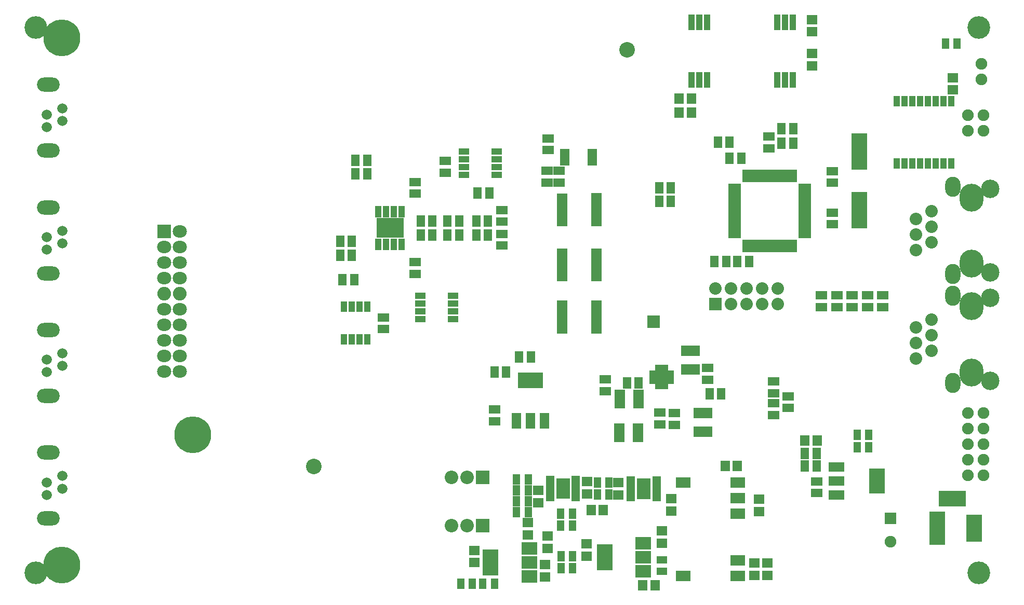
<source format=gts>
G04 #@! TF.FileFunction,Soldermask,Top*
%FSLAX46Y46*%
G04 Gerber Fmt 4.6, Leading zero omitted, Abs format (unit mm)*
G04 Created by KiCad (PCBNEW 4.0.4+e1-6308~48~ubuntu15.10.1-stable) date Tue Jun 20 15:03:40 2017*
%MOMM*%
%LPD*%
G01*
G04 APERTURE LIST*
%ADD10C,0.150000*%
%ADD11C,1.908000*%
%ADD12R,1.758000X1.508000*%
%ADD13R,1.508000X1.758000*%
%ADD14R,1.208000X1.808000*%
%ADD15C,3.708000*%
%ADD16C,2.540000*%
%ADD17R,1.397000X1.905000*%
%ADD18R,1.905000X1.397000*%
%ADD19C,6.008000*%
%ADD20C,1.668000*%
%ADD21O,3.708000X2.308000*%
%ADD22R,2.235200X2.235200*%
%ADD23O,2.308000X2.008000*%
%ADD24O,2.235200X2.235200*%
%ADD25R,1.209040X0.756920*%
%ADD26R,0.756920X1.209040*%
%ADD27R,1.958340X1.958340*%
%ADD28R,1.208000X1.208000*%
%ADD29R,2.032000X2.032000*%
%ADD30C,2.032000*%
%ADD31R,3.048000X1.778000*%
%ADD32R,1.778000X3.048000*%
%ADD33R,4.508500X2.506980*%
%ADD34R,2.506980X4.508500*%
%ADD35R,2.506980X5.509260*%
%ADD36R,1.651000X1.016000*%
%ADD37R,1.508760X0.777240*%
%ADD38R,1.016000X1.651000*%
%ADD39R,2.540000X4.165600*%
%ADD40R,2.540000X1.524000*%
%ADD41R,0.914400X2.032000*%
%ADD42R,2.032000X0.914400*%
%ADD43R,4.165600X2.540000*%
%ADD44R,1.524000X2.540000*%
%ADD45R,1.905000X1.905000*%
%ADD46C,1.905000*%
%ADD47R,1.107440X1.907540*%
%ADD48R,4.508500X3.307080*%
%ADD49R,2.506980X6.007100*%
%ADD50R,1.658620X0.939800*%
%ADD51R,1.108000X2.508000*%
%ADD52R,1.808000X1.208000*%
%ADD53R,2.208000X2.208000*%
%ADD54O,2.208000X2.208000*%
%ADD55R,1.398000X0.928000*%
%ADD56R,1.333000X1.220500*%
%ADD57R,2.408000X1.708000*%
%ADD58R,2.508000X4.308000*%
%ADD59R,2.508000X2.008000*%
%ADD60O,2.508000X3.273000*%
%ADD61O,3.908000X4.543000*%
%ADD62C,3.008000*%
G04 APERTURE END LIST*
D10*
D11*
X220186200Y-67850000D03*
X217646200Y-67850000D03*
X220186200Y-65310000D03*
X217646200Y-65310000D03*
D12*
X184962800Y-140369800D03*
X184962800Y-138369800D03*
D13*
X193050000Y-118400000D03*
X191050000Y-118400000D03*
D14*
X136850000Y-141775000D03*
X134950000Y-141775000D03*
D13*
X164650000Y-142000000D03*
X166650000Y-142000000D03*
D12*
X148725000Y-140650000D03*
X148725000Y-138650000D03*
D15*
X219380000Y-140020000D03*
X219380000Y-51020000D03*
X65710000Y-140020000D03*
X65710000Y-51020000D03*
D11*
X219820000Y-56950000D03*
X219820000Y-59490000D03*
D16*
X162050000Y-54660000D03*
D17*
X162052000Y-108993940D03*
X163957000Y-108993940D03*
D18*
X175158400Y-106540300D03*
X175158400Y-108445300D03*
D19*
X91287600Y-117449600D03*
X69941200Y-138694400D03*
D20*
X70081200Y-126230000D03*
X70081200Y-124190000D03*
X67531200Y-125210000D03*
X67531200Y-127250000D03*
D21*
X67731200Y-131100000D03*
X67731200Y-120340000D03*
D20*
X70081200Y-106230000D03*
X70081200Y-104190000D03*
X67531200Y-105210000D03*
X67531200Y-107250000D03*
D21*
X67731200Y-111100000D03*
X67731200Y-100340000D03*
D20*
X70081200Y-86230000D03*
X70081200Y-84190000D03*
X67531200Y-85210000D03*
X67531200Y-87250000D03*
D21*
X67731200Y-91100000D03*
X67731200Y-80340000D03*
D20*
X70081200Y-66230000D03*
X70081200Y-64190000D03*
X67531200Y-65210000D03*
X67531200Y-67250000D03*
D21*
X67731200Y-71100000D03*
X67731200Y-60340000D03*
D22*
X86671200Y-84290000D03*
D23*
X89211200Y-84290000D03*
X86671200Y-86830000D03*
X89211200Y-86830000D03*
X86671200Y-89370000D03*
X89211200Y-89370000D03*
X86671200Y-91910000D03*
X89211200Y-91910000D03*
D24*
X86671200Y-94450000D03*
X89211200Y-94450000D03*
D23*
X86671200Y-96990000D03*
X89211200Y-96990000D03*
X86671200Y-99530000D03*
X89211200Y-99530000D03*
X86671200Y-102070000D03*
X89211200Y-102070000D03*
X86671200Y-104610000D03*
X89211200Y-104610000D03*
X86671200Y-107150000D03*
X89211200Y-107150000D03*
D25*
X169108120Y-108790740D03*
X169108120Y-108290360D03*
X169108120Y-107292140D03*
X169108120Y-107792520D03*
D26*
X167459660Y-106641900D03*
X166959280Y-106641900D03*
X167957500Y-106641900D03*
X168457880Y-106641900D03*
X166959280Y-109440980D03*
X167459660Y-109440980D03*
X168457880Y-109440980D03*
X167957500Y-109440980D03*
D25*
X166309040Y-108290360D03*
X166309040Y-108790740D03*
X166309040Y-107792520D03*
X166309040Y-107292140D03*
D27*
X167708580Y-108041440D03*
D28*
X167358580Y-107691440D03*
X168058580Y-107691440D03*
X168058580Y-108391440D03*
X167358580Y-108391440D03*
D29*
X176427600Y-96162000D03*
D30*
X176427600Y-93622000D03*
X178967600Y-96162000D03*
X178967600Y-93622000D03*
X181507600Y-96162000D03*
X181507600Y-93622000D03*
X184047600Y-96162000D03*
X184047600Y-93622000D03*
X186587600Y-96162000D03*
X186587600Y-93622000D03*
D31*
X174417600Y-113898000D03*
X174417600Y-116946000D03*
D32*
X160832800Y-117142260D03*
X163880800Y-117142260D03*
D17*
X181960100Y-89142000D03*
X180055100Y-89142000D03*
X176305100Y-89142000D03*
X178210100Y-89142000D03*
D18*
X185206640Y-70693280D03*
X185206640Y-68788280D03*
D17*
X117210100Y-85892000D03*
X115305100Y-85892000D03*
X117210100Y-88142000D03*
X115305100Y-88142000D03*
X119710100Y-74892000D03*
X117805100Y-74892000D03*
X119710100Y-72642000D03*
X117805100Y-72642000D03*
D18*
X127507600Y-89289500D03*
X127507600Y-91194500D03*
X127508000Y-78094840D03*
X127508000Y-76189840D03*
X149057360Y-74388980D03*
X149057360Y-76293980D03*
X151008080Y-74388980D03*
X151008080Y-76293980D03*
D33*
X215099260Y-127899400D03*
D34*
X218599380Y-132700000D03*
D35*
X212599900Y-132700000D03*
D17*
X169210100Y-79392000D03*
X167305100Y-79392000D03*
X169210100Y-77142000D03*
X167305100Y-77142000D03*
D29*
X166407600Y-99042000D03*
D36*
X140822680Y-71236840D03*
X135488680Y-71236840D03*
X140822680Y-72506840D03*
X140822680Y-73776840D03*
X140822680Y-75046840D03*
X135488680Y-72506840D03*
X135488680Y-73776840D03*
X135488680Y-75046840D03*
D18*
X141658340Y-82692240D03*
X141658340Y-80787240D03*
X132455920Y-72788780D03*
X132455920Y-74693780D03*
D37*
X151935180Y-71125080D03*
X151935180Y-71633080D03*
X151935180Y-72141080D03*
X151935180Y-72649080D03*
X151935180Y-73157080D03*
X156380180Y-73157080D03*
X156380180Y-72649080D03*
X156380180Y-72141080D03*
X156380180Y-71633080D03*
X156380180Y-71125080D03*
D18*
X141658340Y-84688680D03*
X141658340Y-86593680D03*
D17*
X137703560Y-78041500D03*
X139608560Y-78041500D03*
D18*
X122356880Y-98287840D03*
X122356880Y-100192840D03*
D36*
X128341120Y-98546920D03*
X133675120Y-98546920D03*
X128341120Y-97276920D03*
X128341120Y-96006920D03*
X128341120Y-94736920D03*
X133675120Y-97276920D03*
X133675120Y-96006920D03*
X133675120Y-94736920D03*
D38*
X214866600Y-63042800D03*
X213596600Y-63042800D03*
X212326600Y-63042800D03*
X211056600Y-63042800D03*
X209786600Y-63042800D03*
X208516600Y-63042800D03*
X207246600Y-63042800D03*
X205976600Y-63042800D03*
X205976600Y-73202800D03*
X207246600Y-73202800D03*
X208516600Y-73202800D03*
X209786600Y-73202800D03*
X211056600Y-73202800D03*
X212326600Y-73202800D03*
X213596600Y-73202800D03*
X214866600Y-73202800D03*
D11*
X220186200Y-124080000D03*
X217646200Y-124080000D03*
X220186200Y-121540000D03*
X217646200Y-121540000D03*
X220186200Y-119000000D03*
X217646200Y-119000000D03*
X220186200Y-116460000D03*
X217646200Y-116460000D03*
X220186200Y-113920000D03*
X217646200Y-113920000D03*
D17*
X192952500Y-120500000D03*
X191047500Y-120500000D03*
X178755040Y-72341740D03*
X180660040Y-72341740D03*
X187253880Y-69842380D03*
X189158880Y-69842380D03*
X178760120Y-69740780D03*
X176855120Y-69740780D03*
X187253880Y-67541140D03*
X189158880Y-67541140D03*
X137505440Y-84841080D03*
X139410440Y-84841080D03*
D31*
X172364400Y-106781600D03*
X172364400Y-103733600D03*
D32*
X163923980Y-111589820D03*
X160875980Y-111589820D03*
D18*
X195507600Y-74439500D03*
X195507600Y-76344500D03*
X195507600Y-83094500D03*
X195507600Y-81189500D03*
X193000000Y-126952500D03*
X193000000Y-125047500D03*
D17*
X177431700Y-110810040D03*
X175526700Y-110810040D03*
D18*
X169778680Y-113908840D03*
X169778680Y-115813840D03*
X167396160Y-113837720D03*
X167396160Y-115742720D03*
D17*
X115704620Y-92141040D03*
X117609620Y-92141040D03*
D18*
X193757600Y-94689500D03*
X193757600Y-96594500D03*
X196257600Y-94689500D03*
X196257600Y-96594500D03*
X198757600Y-94689500D03*
X198757600Y-96594500D03*
X201257600Y-94689500D03*
X201257600Y-96594500D03*
X203757600Y-94689500D03*
X203757600Y-96594500D03*
D17*
X192952500Y-122500000D03*
X191047500Y-122500000D03*
D39*
X202802000Y-125000000D03*
D40*
X196198000Y-125000000D03*
X196198000Y-127286000D03*
X196198000Y-122714000D03*
D41*
X185320940Y-75209400D03*
X184520840Y-75209400D03*
X183720740Y-75209400D03*
X182920640Y-75209400D03*
X182120540Y-75209400D03*
X181320440Y-75209400D03*
X186121040Y-75209400D03*
X186921140Y-75209400D03*
X187721240Y-75209400D03*
X188521340Y-75209400D03*
X189321440Y-75209400D03*
X185320940Y-86639400D03*
X184520840Y-86639400D03*
X183720740Y-86639400D03*
X182920640Y-86639400D03*
X182120540Y-86639400D03*
X181320440Y-86639400D03*
X186121040Y-86639400D03*
X186921140Y-86639400D03*
X187721240Y-86639400D03*
X188521340Y-86639400D03*
X189321440Y-86639400D03*
D42*
X179605940Y-80924400D03*
X191035940Y-80924400D03*
X179605940Y-81724500D03*
X191035940Y-81724500D03*
X191035940Y-82524600D03*
X179605940Y-82524600D03*
X179605940Y-83324700D03*
X191035940Y-83324700D03*
X191035940Y-84124800D03*
X179605940Y-84124800D03*
X179605940Y-84924900D03*
X191035940Y-84924900D03*
X191035940Y-80124300D03*
X179605940Y-80124300D03*
X179605940Y-79324200D03*
X191035940Y-79324200D03*
X191035940Y-78524100D03*
X179605940Y-78524100D03*
X179605940Y-77724000D03*
X191035940Y-77724000D03*
X191035940Y-76923900D03*
X179605940Y-76923900D03*
D17*
X146390360Y-104775000D03*
X144485360Y-104775000D03*
D18*
X140484860Y-115252500D03*
X140484860Y-113347500D03*
D17*
X140455100Y-107242000D03*
X142360100Y-107242000D03*
X130360420Y-84841080D03*
X128455420Y-84841080D03*
X128455420Y-82542380D03*
X130360420Y-82542380D03*
X139410440Y-82539840D03*
X137505440Y-82539840D03*
D38*
X115953540Y-96573340D03*
X115953540Y-101907340D03*
X117223540Y-96573340D03*
X118493540Y-96573340D03*
X119763540Y-96573340D03*
X117223540Y-101907340D03*
X118493540Y-101907340D03*
X119763540Y-101907340D03*
D43*
X146326860Y-108585000D03*
D44*
X146326860Y-115189000D03*
X148612860Y-115189000D03*
X144040860Y-115189000D03*
D17*
X132803900Y-82539840D03*
X134708900Y-82539840D03*
X132803900Y-84841080D03*
X134708900Y-84841080D03*
D45*
X205000000Y-131095000D03*
D46*
X205000000Y-134905000D03*
D18*
X158507600Y-110344500D03*
X158507600Y-108439500D03*
X188315600Y-111163100D03*
X188315600Y-113068100D03*
D47*
X125361700Y-86360000D03*
X125361700Y-81026000D03*
X124091700Y-86360000D03*
X122821700Y-86360000D03*
X121551700Y-86360000D03*
X124091700Y-81026000D03*
X122821700Y-81026000D03*
X121551700Y-81026000D03*
D48*
X123456700Y-83693000D03*
D18*
X185978800Y-108775500D03*
X185978800Y-110680500D03*
D49*
X199957600Y-71262200D03*
X199957600Y-80761800D03*
D50*
X151462740Y-95981520D03*
X151462740Y-96616520D03*
X151462740Y-97276920D03*
X151462740Y-97911920D03*
X151462740Y-98572320D03*
X151462740Y-99220020D03*
X151462740Y-99867720D03*
X151462740Y-100515420D03*
X157050740Y-100515420D03*
X157050740Y-99867720D03*
X157050740Y-99220020D03*
X157050740Y-98572320D03*
X157050740Y-97911920D03*
X157050740Y-97264220D03*
X157050740Y-96616520D03*
X157050740Y-95968820D03*
X151462740Y-87480140D03*
X151462740Y-88115140D03*
X151462740Y-88775540D03*
X151462740Y-89410540D03*
X151462740Y-90070940D03*
X151462740Y-90718640D03*
X151462740Y-91366340D03*
X151462740Y-92014040D03*
X157050740Y-92014040D03*
X157050740Y-91366340D03*
X157050740Y-90718640D03*
X157050740Y-90070940D03*
X157050740Y-89410540D03*
X157050740Y-88762840D03*
X157050740Y-88115140D03*
X157050740Y-87467440D03*
X151462740Y-78480920D03*
X151462740Y-79115920D03*
X151462740Y-79776320D03*
X151462740Y-80411320D03*
X151462740Y-81071720D03*
X151462740Y-81719420D03*
X151462740Y-82367120D03*
X151462740Y-83014820D03*
X157050740Y-83014820D03*
X157050740Y-82367120D03*
X157050740Y-81719420D03*
X157050740Y-81071720D03*
X157050740Y-80411320D03*
X157050740Y-79763620D03*
X157050740Y-79115920D03*
X157050740Y-78468220D03*
D18*
X185978800Y-112331500D03*
X185978800Y-114236500D03*
X149207600Y-70994500D03*
X149207600Y-69089500D03*
D14*
X201450000Y-117500000D03*
X199550000Y-117500000D03*
X201450000Y-119500000D03*
X199550000Y-119500000D03*
D12*
X192176400Y-57235600D03*
X192176400Y-55235600D03*
D13*
X172551600Y-62636400D03*
X170551600Y-62636400D03*
D12*
X192227200Y-51698400D03*
X192227200Y-49698400D03*
D13*
X172551600Y-64922400D03*
X170551600Y-64922400D03*
D51*
X172542200Y-59513200D03*
X173812200Y-59513200D03*
X175082200Y-59513200D03*
X186512200Y-59513200D03*
X187782200Y-59513200D03*
X189052200Y-59513200D03*
X189052200Y-50113200D03*
X187782200Y-50113200D03*
X186512200Y-50113200D03*
X175082200Y-50113200D03*
X173812200Y-50113200D03*
X172542200Y-50113200D03*
D12*
X215188800Y-59198000D03*
X215188800Y-61198000D03*
D19*
X69941200Y-52720000D03*
D12*
X155550000Y-127110000D03*
X155550000Y-125110000D03*
X182854600Y-140369800D03*
X182854600Y-138369800D03*
X145905000Y-131785000D03*
X145905000Y-133785000D03*
X147630000Y-126510000D03*
X147630000Y-128510000D03*
X167750000Y-135150000D03*
X167750000Y-133150000D03*
X155450000Y-137250000D03*
X155450000Y-135250000D03*
X183550000Y-128000000D03*
X183550000Y-130000000D03*
D13*
X180050000Y-122500000D03*
X178050000Y-122500000D03*
D12*
X149100000Y-136000000D03*
X149100000Y-134000000D03*
X137225000Y-138300000D03*
X137225000Y-136300000D03*
D14*
X145955000Y-124710000D03*
X144055000Y-124710000D03*
X144055000Y-126510000D03*
X145955000Y-126510000D03*
X145955000Y-128310000D03*
X144055000Y-128310000D03*
X144055000Y-130110000D03*
X145955000Y-130110000D03*
D52*
X167750000Y-139725000D03*
X167750000Y-137825000D03*
D14*
X151300000Y-137250000D03*
X153200000Y-137250000D03*
X153200000Y-139200000D03*
X151300000Y-139200000D03*
X140450000Y-141775000D03*
X138550000Y-141775000D03*
D53*
X138580000Y-124440000D03*
D54*
X136040000Y-124440000D03*
X133500000Y-124440000D03*
D53*
X138580000Y-132275000D03*
D54*
X136040000Y-132275000D03*
X133500000Y-132275000D03*
D55*
X153735000Y-127860000D03*
X153735000Y-127210000D03*
X153735000Y-126560000D03*
X153735000Y-125910000D03*
X153735000Y-125260000D03*
X153735000Y-124610000D03*
X149525000Y-124610000D03*
X149525000Y-125260000D03*
X149525000Y-125910000D03*
X149525000Y-126560000D03*
X149525000Y-127210000D03*
X149525000Y-127860000D03*
D56*
X151217500Y-125166250D03*
X151217500Y-125878750D03*
X151217500Y-126591250D03*
X151217500Y-127303750D03*
X152042500Y-125166250D03*
X152042500Y-125878750D03*
X152042500Y-126591250D03*
X152042500Y-127303750D03*
D57*
X180125000Y-140520000D03*
X180125000Y-137980000D03*
X180125000Y-130360000D03*
X180125000Y-127820000D03*
X180125000Y-125280000D03*
X171225000Y-125280000D03*
X171225000Y-140520000D03*
D58*
X158425000Y-137425000D03*
D59*
X164725000Y-137425000D03*
X164725000Y-135125000D03*
X164725000Y-139725000D03*
D58*
X139850000Y-138300000D03*
D59*
X146150000Y-138300000D03*
X146150000Y-136000000D03*
X146150000Y-140600000D03*
D16*
X110980000Y-122600000D03*
D14*
X215850000Y-53620000D03*
X213950000Y-53620000D03*
D12*
X169260000Y-127880000D03*
X169260000Y-129880000D03*
D13*
X158200000Y-129770000D03*
X156200000Y-129770000D03*
D12*
X160670000Y-125250000D03*
X160670000Y-127250000D03*
D14*
X157220000Y-125230000D03*
X159120000Y-125230000D03*
X159140000Y-127200000D03*
X157240000Y-127200000D03*
D55*
X166895000Y-127885000D03*
X166895000Y-127235000D03*
X166895000Y-126585000D03*
X166895000Y-125935000D03*
X166895000Y-125285000D03*
X166895000Y-124635000D03*
X162685000Y-124635000D03*
X162685000Y-125285000D03*
X162685000Y-125935000D03*
X162685000Y-126585000D03*
X162685000Y-127235000D03*
X162685000Y-127885000D03*
D56*
X164377500Y-125191250D03*
X164377500Y-125903750D03*
X164377500Y-126616250D03*
X164377500Y-127328750D03*
X165202500Y-125191250D03*
X165202500Y-125903750D03*
X165202500Y-126616250D03*
X165202500Y-127328750D03*
D14*
X151250000Y-130320000D03*
X153150000Y-130320000D03*
X151250000Y-132290000D03*
X153150000Y-132290000D03*
D60*
X215164480Y-91254500D03*
X215164480Y-77029500D03*
D30*
X209144140Y-84746520D03*
X209144140Y-82206520D03*
X209144140Y-87286520D03*
X211684140Y-80936520D03*
X211684140Y-83476520D03*
X211684140Y-86016520D03*
D61*
X218211940Y-89539500D03*
X218214480Y-78744500D03*
D62*
X221261940Y-77362000D03*
X221261940Y-90922000D03*
D60*
X215164480Y-109004500D03*
X215164480Y-94779500D03*
D30*
X209144140Y-102496520D03*
X209144140Y-99956520D03*
X209144140Y-105036520D03*
X211684140Y-98686520D03*
X211684140Y-101226520D03*
X211684140Y-103766520D03*
D61*
X218211940Y-107289500D03*
X218214480Y-96494500D03*
D62*
X221261940Y-95112000D03*
X221261940Y-108672000D03*
M02*

</source>
